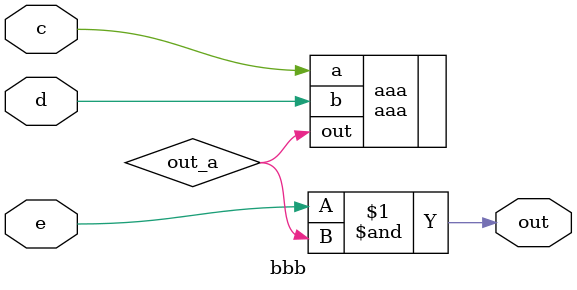
<source format=v>
`include  "aaa.v"
module  bbb(c,d,e,out);
input  c,d,e;
output  out;
wire  out_a;
wire  out;
      aaa  aaa(.a(c),.b(d),.out(out_a));
assign  out=e&out_a;
endmodule


`include  "ccc.v"


</source>
